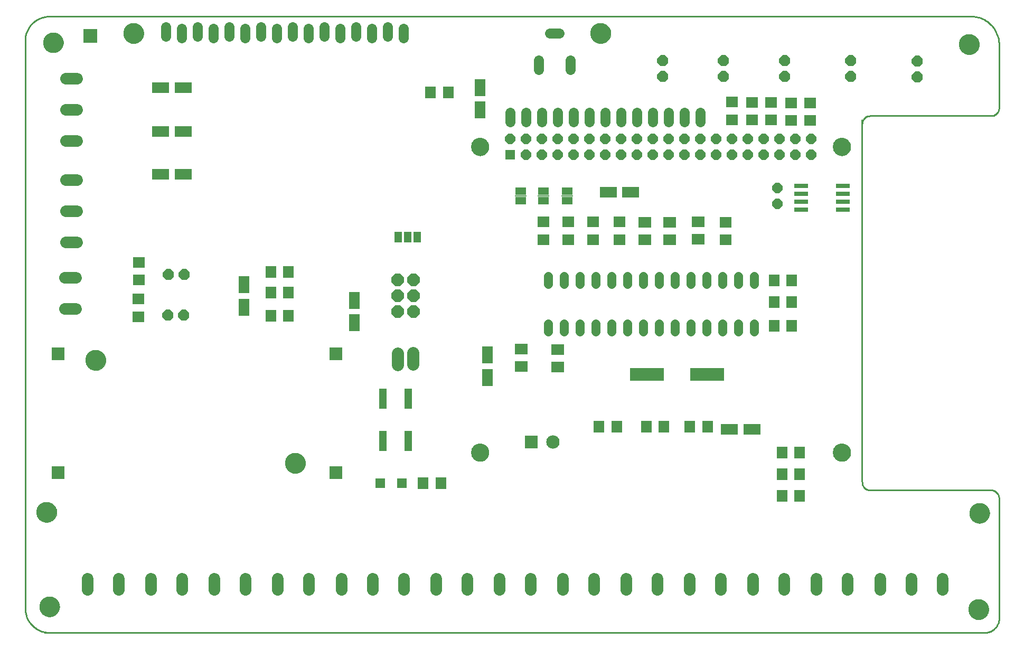
<source format=gts>
G75*
G70*
%OFA0B0*%
%FSLAX24Y24*%
%IPPOS*%
%LPD*%
%AMOC8*
5,1,8,0,0,1.08239X$1,22.5*
%
%ADD10C,0.0000*%
%ADD11C,0.1142*%
%ADD12C,0.0100*%
%ADD13C,0.1300*%
%ADD14R,0.0640X0.0640*%
%ADD15OC8,0.0640*%
%ADD16R,0.0906X0.0276*%
%ADD17R,0.0827X0.0670*%
%ADD18R,0.0749X0.0670*%
%ADD19C,0.0560*%
%ADD20R,0.2140X0.0800*%
%ADD21R,0.0670X0.0750*%
%ADD22R,0.0750X0.0670*%
%ADD23R,0.0512X0.1300*%
%ADD24R,0.0670X0.0500*%
%ADD25R,0.0720X0.0060*%
%ADD26OC8,0.0780*%
%ADD27C,0.0780*%
%ADD28R,0.1064X0.0670*%
%ADD29C,0.0745*%
%ADD30R,0.0631X0.0631*%
%ADD31R,0.0670X0.1064*%
%ADD32R,0.0800X0.0800*%
%ADD33R,0.0840X0.0840*%
%ADD34C,0.0840*%
%ADD35OC8,0.0700*%
%ADD36C,0.0640*%
%ADD37R,0.0500X0.0670*%
%ADD38R,0.0867X0.0867*%
D10*
X004156Y003369D02*
X004158Y003419D01*
X004164Y003469D01*
X004174Y003518D01*
X004188Y003566D01*
X004205Y003613D01*
X004226Y003658D01*
X004251Y003702D01*
X004279Y003743D01*
X004311Y003782D01*
X004345Y003819D01*
X004382Y003853D01*
X004422Y003883D01*
X004464Y003910D01*
X004508Y003934D01*
X004554Y003955D01*
X004601Y003971D01*
X004649Y003984D01*
X004699Y003993D01*
X004748Y003998D01*
X004799Y003999D01*
X004849Y003996D01*
X004898Y003989D01*
X004947Y003978D01*
X004995Y003963D01*
X005041Y003945D01*
X005086Y003923D01*
X005129Y003897D01*
X005170Y003868D01*
X005209Y003836D01*
X005245Y003801D01*
X005277Y003763D01*
X005307Y003723D01*
X005334Y003680D01*
X005357Y003636D01*
X005376Y003590D01*
X005392Y003542D01*
X005404Y003493D01*
X005412Y003444D01*
X005416Y003394D01*
X005416Y003344D01*
X005412Y003294D01*
X005404Y003245D01*
X005392Y003196D01*
X005376Y003148D01*
X005357Y003102D01*
X005334Y003058D01*
X005307Y003015D01*
X005277Y002975D01*
X005245Y002937D01*
X005209Y002902D01*
X005170Y002870D01*
X005129Y002841D01*
X005086Y002815D01*
X005041Y002793D01*
X004995Y002775D01*
X004947Y002760D01*
X004898Y002749D01*
X004849Y002742D01*
X004799Y002739D01*
X004748Y002740D01*
X004699Y002745D01*
X004649Y002754D01*
X004601Y002767D01*
X004554Y002783D01*
X004508Y002804D01*
X004464Y002828D01*
X004422Y002855D01*
X004382Y002885D01*
X004345Y002919D01*
X004311Y002956D01*
X004279Y002995D01*
X004251Y003036D01*
X004226Y003080D01*
X004205Y003125D01*
X004188Y003172D01*
X004174Y003220D01*
X004164Y003269D01*
X004158Y003319D01*
X004156Y003369D01*
X003979Y009334D02*
X003981Y009384D01*
X003987Y009434D01*
X003997Y009483D01*
X004011Y009531D01*
X004028Y009578D01*
X004049Y009623D01*
X004074Y009667D01*
X004102Y009708D01*
X004134Y009747D01*
X004168Y009784D01*
X004205Y009818D01*
X004245Y009848D01*
X004287Y009875D01*
X004331Y009899D01*
X004377Y009920D01*
X004424Y009936D01*
X004472Y009949D01*
X004522Y009958D01*
X004571Y009963D01*
X004622Y009964D01*
X004672Y009961D01*
X004721Y009954D01*
X004770Y009943D01*
X004818Y009928D01*
X004864Y009910D01*
X004909Y009888D01*
X004952Y009862D01*
X004993Y009833D01*
X005032Y009801D01*
X005068Y009766D01*
X005100Y009728D01*
X005130Y009688D01*
X005157Y009645D01*
X005180Y009601D01*
X005199Y009555D01*
X005215Y009507D01*
X005227Y009458D01*
X005235Y009409D01*
X005239Y009359D01*
X005239Y009309D01*
X005235Y009259D01*
X005227Y009210D01*
X005215Y009161D01*
X005199Y009113D01*
X005180Y009067D01*
X005157Y009023D01*
X005130Y008980D01*
X005100Y008940D01*
X005068Y008902D01*
X005032Y008867D01*
X004993Y008835D01*
X004952Y008806D01*
X004909Y008780D01*
X004864Y008758D01*
X004818Y008740D01*
X004770Y008725D01*
X004721Y008714D01*
X004672Y008707D01*
X004622Y008704D01*
X004571Y008705D01*
X004522Y008710D01*
X004472Y008719D01*
X004424Y008732D01*
X004377Y008748D01*
X004331Y008769D01*
X004287Y008793D01*
X004245Y008820D01*
X004205Y008850D01*
X004168Y008884D01*
X004134Y008921D01*
X004102Y008960D01*
X004074Y009001D01*
X004049Y009045D01*
X004028Y009090D01*
X004011Y009137D01*
X003997Y009185D01*
X003987Y009234D01*
X003981Y009284D01*
X003979Y009334D01*
X007070Y018920D02*
X007072Y018970D01*
X007078Y019020D01*
X007088Y019069D01*
X007102Y019117D01*
X007119Y019164D01*
X007140Y019209D01*
X007165Y019253D01*
X007193Y019294D01*
X007225Y019333D01*
X007259Y019370D01*
X007296Y019404D01*
X007336Y019434D01*
X007378Y019461D01*
X007422Y019485D01*
X007468Y019506D01*
X007515Y019522D01*
X007563Y019535D01*
X007613Y019544D01*
X007662Y019549D01*
X007713Y019550D01*
X007763Y019547D01*
X007812Y019540D01*
X007861Y019529D01*
X007909Y019514D01*
X007955Y019496D01*
X008000Y019474D01*
X008043Y019448D01*
X008084Y019419D01*
X008123Y019387D01*
X008159Y019352D01*
X008191Y019314D01*
X008221Y019274D01*
X008248Y019231D01*
X008271Y019187D01*
X008290Y019141D01*
X008306Y019093D01*
X008318Y019044D01*
X008326Y018995D01*
X008330Y018945D01*
X008330Y018895D01*
X008326Y018845D01*
X008318Y018796D01*
X008306Y018747D01*
X008290Y018699D01*
X008271Y018653D01*
X008248Y018609D01*
X008221Y018566D01*
X008191Y018526D01*
X008159Y018488D01*
X008123Y018453D01*
X008084Y018421D01*
X008043Y018392D01*
X008000Y018366D01*
X007955Y018344D01*
X007909Y018326D01*
X007861Y018311D01*
X007812Y018300D01*
X007763Y018293D01*
X007713Y018290D01*
X007662Y018291D01*
X007613Y018296D01*
X007563Y018305D01*
X007515Y018318D01*
X007468Y018334D01*
X007422Y018355D01*
X007378Y018379D01*
X007336Y018406D01*
X007296Y018436D01*
X007259Y018470D01*
X007225Y018507D01*
X007193Y018546D01*
X007165Y018587D01*
X007140Y018631D01*
X007119Y018676D01*
X007102Y018723D01*
X007088Y018771D01*
X007078Y018820D01*
X007072Y018870D01*
X007070Y018920D01*
X019668Y012424D02*
X019670Y012474D01*
X019676Y012524D01*
X019686Y012573D01*
X019700Y012621D01*
X019717Y012668D01*
X019738Y012713D01*
X019763Y012757D01*
X019791Y012798D01*
X019823Y012837D01*
X019857Y012874D01*
X019894Y012908D01*
X019934Y012938D01*
X019976Y012965D01*
X020020Y012989D01*
X020066Y013010D01*
X020113Y013026D01*
X020161Y013039D01*
X020211Y013048D01*
X020260Y013053D01*
X020311Y013054D01*
X020361Y013051D01*
X020410Y013044D01*
X020459Y013033D01*
X020507Y013018D01*
X020553Y013000D01*
X020598Y012978D01*
X020641Y012952D01*
X020682Y012923D01*
X020721Y012891D01*
X020757Y012856D01*
X020789Y012818D01*
X020819Y012778D01*
X020846Y012735D01*
X020869Y012691D01*
X020888Y012645D01*
X020904Y012597D01*
X020916Y012548D01*
X020924Y012499D01*
X020928Y012449D01*
X020928Y012399D01*
X020924Y012349D01*
X020916Y012300D01*
X020904Y012251D01*
X020888Y012203D01*
X020869Y012157D01*
X020846Y012113D01*
X020819Y012070D01*
X020789Y012030D01*
X020757Y011992D01*
X020721Y011957D01*
X020682Y011925D01*
X020641Y011896D01*
X020598Y011870D01*
X020553Y011848D01*
X020507Y011830D01*
X020459Y011815D01*
X020410Y011804D01*
X020361Y011797D01*
X020311Y011794D01*
X020260Y011795D01*
X020211Y011800D01*
X020161Y011809D01*
X020113Y011822D01*
X020066Y011838D01*
X020020Y011859D01*
X019976Y011883D01*
X019934Y011910D01*
X019894Y011940D01*
X019857Y011974D01*
X019823Y012011D01*
X019791Y012050D01*
X019763Y012091D01*
X019738Y012135D01*
X019717Y012180D01*
X019700Y012227D01*
X019686Y012275D01*
X019676Y012324D01*
X019670Y012374D01*
X019668Y012424D01*
X031410Y013105D02*
X031412Y013152D01*
X031418Y013198D01*
X031428Y013244D01*
X031441Y013289D01*
X031459Y013332D01*
X031480Y013374D01*
X031504Y013414D01*
X031532Y013451D01*
X031563Y013486D01*
X031597Y013519D01*
X031633Y013548D01*
X031672Y013574D01*
X031713Y013597D01*
X031756Y013616D01*
X031800Y013632D01*
X031845Y013644D01*
X031891Y013652D01*
X031938Y013656D01*
X031984Y013656D01*
X032031Y013652D01*
X032077Y013644D01*
X032122Y013632D01*
X032166Y013616D01*
X032209Y013597D01*
X032250Y013574D01*
X032289Y013548D01*
X032325Y013519D01*
X032359Y013486D01*
X032390Y013451D01*
X032418Y013414D01*
X032442Y013374D01*
X032463Y013332D01*
X032481Y013289D01*
X032494Y013244D01*
X032504Y013198D01*
X032510Y013152D01*
X032512Y013105D01*
X032510Y013058D01*
X032504Y013012D01*
X032494Y012966D01*
X032481Y012921D01*
X032463Y012878D01*
X032442Y012836D01*
X032418Y012796D01*
X032390Y012759D01*
X032359Y012724D01*
X032325Y012691D01*
X032289Y012662D01*
X032250Y012636D01*
X032209Y012613D01*
X032166Y012594D01*
X032122Y012578D01*
X032077Y012566D01*
X032031Y012558D01*
X031984Y012554D01*
X031938Y012554D01*
X031891Y012558D01*
X031845Y012566D01*
X031800Y012578D01*
X031756Y012594D01*
X031713Y012613D01*
X031672Y012636D01*
X031633Y012662D01*
X031597Y012691D01*
X031563Y012724D01*
X031532Y012759D01*
X031504Y012796D01*
X031480Y012836D01*
X031459Y012878D01*
X031441Y012921D01*
X031428Y012966D01*
X031418Y013012D01*
X031412Y013058D01*
X031410Y013105D01*
X054245Y013105D02*
X054247Y013152D01*
X054253Y013198D01*
X054263Y013244D01*
X054276Y013289D01*
X054294Y013332D01*
X054315Y013374D01*
X054339Y013414D01*
X054367Y013451D01*
X054398Y013486D01*
X054432Y013519D01*
X054468Y013548D01*
X054507Y013574D01*
X054548Y013597D01*
X054591Y013616D01*
X054635Y013632D01*
X054680Y013644D01*
X054726Y013652D01*
X054773Y013656D01*
X054819Y013656D01*
X054866Y013652D01*
X054912Y013644D01*
X054957Y013632D01*
X055001Y013616D01*
X055044Y013597D01*
X055085Y013574D01*
X055124Y013548D01*
X055160Y013519D01*
X055194Y013486D01*
X055225Y013451D01*
X055253Y013414D01*
X055277Y013374D01*
X055298Y013332D01*
X055316Y013289D01*
X055329Y013244D01*
X055339Y013198D01*
X055345Y013152D01*
X055347Y013105D01*
X055345Y013058D01*
X055339Y013012D01*
X055329Y012966D01*
X055316Y012921D01*
X055298Y012878D01*
X055277Y012836D01*
X055253Y012796D01*
X055225Y012759D01*
X055194Y012724D01*
X055160Y012691D01*
X055124Y012662D01*
X055085Y012636D01*
X055044Y012613D01*
X055001Y012594D01*
X054957Y012578D01*
X054912Y012566D01*
X054866Y012558D01*
X054819Y012554D01*
X054773Y012554D01*
X054726Y012558D01*
X054680Y012566D01*
X054635Y012578D01*
X054591Y012594D01*
X054548Y012613D01*
X054507Y012636D01*
X054468Y012662D01*
X054432Y012691D01*
X054398Y012724D01*
X054367Y012759D01*
X054339Y012796D01*
X054315Y012836D01*
X054294Y012878D01*
X054276Y012921D01*
X054263Y012966D01*
X054253Y013012D01*
X054247Y013058D01*
X054245Y013105D01*
X062857Y009274D02*
X062859Y009324D01*
X062865Y009374D01*
X062875Y009423D01*
X062889Y009471D01*
X062906Y009518D01*
X062927Y009563D01*
X062952Y009607D01*
X062980Y009648D01*
X063012Y009687D01*
X063046Y009724D01*
X063083Y009758D01*
X063123Y009788D01*
X063165Y009815D01*
X063209Y009839D01*
X063255Y009860D01*
X063302Y009876D01*
X063350Y009889D01*
X063400Y009898D01*
X063449Y009903D01*
X063500Y009904D01*
X063550Y009901D01*
X063599Y009894D01*
X063648Y009883D01*
X063696Y009868D01*
X063742Y009850D01*
X063787Y009828D01*
X063830Y009802D01*
X063871Y009773D01*
X063910Y009741D01*
X063946Y009706D01*
X063978Y009668D01*
X064008Y009628D01*
X064035Y009585D01*
X064058Y009541D01*
X064077Y009495D01*
X064093Y009447D01*
X064105Y009398D01*
X064113Y009349D01*
X064117Y009299D01*
X064117Y009249D01*
X064113Y009199D01*
X064105Y009150D01*
X064093Y009101D01*
X064077Y009053D01*
X064058Y009007D01*
X064035Y008963D01*
X064008Y008920D01*
X063978Y008880D01*
X063946Y008842D01*
X063910Y008807D01*
X063871Y008775D01*
X063830Y008746D01*
X063787Y008720D01*
X063742Y008698D01*
X063696Y008680D01*
X063648Y008665D01*
X063599Y008654D01*
X063550Y008647D01*
X063500Y008644D01*
X063449Y008645D01*
X063400Y008650D01*
X063350Y008659D01*
X063302Y008672D01*
X063255Y008688D01*
X063209Y008709D01*
X063165Y008733D01*
X063123Y008760D01*
X063083Y008790D01*
X063046Y008824D01*
X063012Y008861D01*
X062980Y008900D01*
X062952Y008941D01*
X062927Y008985D01*
X062906Y009030D01*
X062889Y009077D01*
X062875Y009125D01*
X062865Y009174D01*
X062859Y009224D01*
X062857Y009274D01*
X062798Y003192D02*
X062800Y003242D01*
X062806Y003292D01*
X062816Y003341D01*
X062830Y003389D01*
X062847Y003436D01*
X062868Y003481D01*
X062893Y003525D01*
X062921Y003566D01*
X062953Y003605D01*
X062987Y003642D01*
X063024Y003676D01*
X063064Y003706D01*
X063106Y003733D01*
X063150Y003757D01*
X063196Y003778D01*
X063243Y003794D01*
X063291Y003807D01*
X063341Y003816D01*
X063390Y003821D01*
X063441Y003822D01*
X063491Y003819D01*
X063540Y003812D01*
X063589Y003801D01*
X063637Y003786D01*
X063683Y003768D01*
X063728Y003746D01*
X063771Y003720D01*
X063812Y003691D01*
X063851Y003659D01*
X063887Y003624D01*
X063919Y003586D01*
X063949Y003546D01*
X063976Y003503D01*
X063999Y003459D01*
X064018Y003413D01*
X064034Y003365D01*
X064046Y003316D01*
X064054Y003267D01*
X064058Y003217D01*
X064058Y003167D01*
X064054Y003117D01*
X064046Y003068D01*
X064034Y003019D01*
X064018Y002971D01*
X063999Y002925D01*
X063976Y002881D01*
X063949Y002838D01*
X063919Y002798D01*
X063887Y002760D01*
X063851Y002725D01*
X063812Y002693D01*
X063771Y002664D01*
X063728Y002638D01*
X063683Y002616D01*
X063637Y002598D01*
X063589Y002583D01*
X063540Y002572D01*
X063491Y002565D01*
X063441Y002562D01*
X063390Y002563D01*
X063341Y002568D01*
X063291Y002577D01*
X063243Y002590D01*
X063196Y002606D01*
X063150Y002627D01*
X063106Y002651D01*
X063064Y002678D01*
X063024Y002708D01*
X062987Y002742D01*
X062953Y002779D01*
X062921Y002818D01*
X062893Y002859D01*
X062868Y002903D01*
X062847Y002948D01*
X062830Y002995D01*
X062816Y003043D01*
X062806Y003092D01*
X062800Y003142D01*
X062798Y003192D01*
X054245Y032397D02*
X054247Y032444D01*
X054253Y032490D01*
X054263Y032536D01*
X054276Y032581D01*
X054294Y032624D01*
X054315Y032666D01*
X054339Y032706D01*
X054367Y032743D01*
X054398Y032778D01*
X054432Y032811D01*
X054468Y032840D01*
X054507Y032866D01*
X054548Y032889D01*
X054591Y032908D01*
X054635Y032924D01*
X054680Y032936D01*
X054726Y032944D01*
X054773Y032948D01*
X054819Y032948D01*
X054866Y032944D01*
X054912Y032936D01*
X054957Y032924D01*
X055001Y032908D01*
X055044Y032889D01*
X055085Y032866D01*
X055124Y032840D01*
X055160Y032811D01*
X055194Y032778D01*
X055225Y032743D01*
X055253Y032706D01*
X055277Y032666D01*
X055298Y032624D01*
X055316Y032581D01*
X055329Y032536D01*
X055339Y032490D01*
X055345Y032444D01*
X055347Y032397D01*
X055345Y032350D01*
X055339Y032304D01*
X055329Y032258D01*
X055316Y032213D01*
X055298Y032170D01*
X055277Y032128D01*
X055253Y032088D01*
X055225Y032051D01*
X055194Y032016D01*
X055160Y031983D01*
X055124Y031954D01*
X055085Y031928D01*
X055044Y031905D01*
X055001Y031886D01*
X054957Y031870D01*
X054912Y031858D01*
X054866Y031850D01*
X054819Y031846D01*
X054773Y031846D01*
X054726Y031850D01*
X054680Y031858D01*
X054635Y031870D01*
X054591Y031886D01*
X054548Y031905D01*
X054507Y031928D01*
X054468Y031954D01*
X054432Y031983D01*
X054398Y032016D01*
X054367Y032051D01*
X054339Y032088D01*
X054315Y032128D01*
X054294Y032170D01*
X054276Y032213D01*
X054263Y032258D01*
X054253Y032304D01*
X054247Y032350D01*
X054245Y032397D01*
X062207Y038861D02*
X062209Y038911D01*
X062215Y038961D01*
X062225Y039010D01*
X062239Y039058D01*
X062256Y039105D01*
X062277Y039150D01*
X062302Y039194D01*
X062330Y039235D01*
X062362Y039274D01*
X062396Y039311D01*
X062433Y039345D01*
X062473Y039375D01*
X062515Y039402D01*
X062559Y039426D01*
X062605Y039447D01*
X062652Y039463D01*
X062700Y039476D01*
X062750Y039485D01*
X062799Y039490D01*
X062850Y039491D01*
X062900Y039488D01*
X062949Y039481D01*
X062998Y039470D01*
X063046Y039455D01*
X063092Y039437D01*
X063137Y039415D01*
X063180Y039389D01*
X063221Y039360D01*
X063260Y039328D01*
X063296Y039293D01*
X063328Y039255D01*
X063358Y039215D01*
X063385Y039172D01*
X063408Y039128D01*
X063427Y039082D01*
X063443Y039034D01*
X063455Y038985D01*
X063463Y038936D01*
X063467Y038886D01*
X063467Y038836D01*
X063463Y038786D01*
X063455Y038737D01*
X063443Y038688D01*
X063427Y038640D01*
X063408Y038594D01*
X063385Y038550D01*
X063358Y038507D01*
X063328Y038467D01*
X063296Y038429D01*
X063260Y038394D01*
X063221Y038362D01*
X063180Y038333D01*
X063137Y038307D01*
X063092Y038285D01*
X063046Y038267D01*
X062998Y038252D01*
X062949Y038241D01*
X062900Y038234D01*
X062850Y038231D01*
X062799Y038232D01*
X062750Y038237D01*
X062700Y038246D01*
X062652Y038259D01*
X062605Y038275D01*
X062559Y038296D01*
X062515Y038320D01*
X062473Y038347D01*
X062433Y038377D01*
X062396Y038411D01*
X062362Y038448D01*
X062330Y038487D01*
X062302Y038528D01*
X062277Y038572D01*
X062256Y038617D01*
X062239Y038664D01*
X062225Y038712D01*
X062215Y038761D01*
X062209Y038811D01*
X062207Y038861D01*
X038951Y039560D02*
X038953Y039610D01*
X038959Y039660D01*
X038969Y039709D01*
X038983Y039757D01*
X039000Y039804D01*
X039021Y039849D01*
X039046Y039893D01*
X039074Y039934D01*
X039106Y039973D01*
X039140Y040010D01*
X039177Y040044D01*
X039217Y040074D01*
X039259Y040101D01*
X039303Y040125D01*
X039349Y040146D01*
X039396Y040162D01*
X039444Y040175D01*
X039494Y040184D01*
X039543Y040189D01*
X039594Y040190D01*
X039644Y040187D01*
X039693Y040180D01*
X039742Y040169D01*
X039790Y040154D01*
X039836Y040136D01*
X039881Y040114D01*
X039924Y040088D01*
X039965Y040059D01*
X040004Y040027D01*
X040040Y039992D01*
X040072Y039954D01*
X040102Y039914D01*
X040129Y039871D01*
X040152Y039827D01*
X040171Y039781D01*
X040187Y039733D01*
X040199Y039684D01*
X040207Y039635D01*
X040211Y039585D01*
X040211Y039535D01*
X040207Y039485D01*
X040199Y039436D01*
X040187Y039387D01*
X040171Y039339D01*
X040152Y039293D01*
X040129Y039249D01*
X040102Y039206D01*
X040072Y039166D01*
X040040Y039128D01*
X040004Y039093D01*
X039965Y039061D01*
X039924Y039032D01*
X039881Y039006D01*
X039836Y038984D01*
X039790Y038966D01*
X039742Y038951D01*
X039693Y038940D01*
X039644Y038933D01*
X039594Y038930D01*
X039543Y038931D01*
X039494Y038936D01*
X039444Y038945D01*
X039396Y038958D01*
X039349Y038974D01*
X039303Y038995D01*
X039259Y039019D01*
X039217Y039046D01*
X039177Y039076D01*
X039140Y039110D01*
X039106Y039147D01*
X039074Y039186D01*
X039046Y039227D01*
X039021Y039271D01*
X039000Y039316D01*
X038983Y039363D01*
X038969Y039411D01*
X038959Y039460D01*
X038953Y039510D01*
X038951Y039560D01*
X031410Y032397D02*
X031412Y032444D01*
X031418Y032490D01*
X031428Y032536D01*
X031441Y032581D01*
X031459Y032624D01*
X031480Y032666D01*
X031504Y032706D01*
X031532Y032743D01*
X031563Y032778D01*
X031597Y032811D01*
X031633Y032840D01*
X031672Y032866D01*
X031713Y032889D01*
X031756Y032908D01*
X031800Y032924D01*
X031845Y032936D01*
X031891Y032944D01*
X031938Y032948D01*
X031984Y032948D01*
X032031Y032944D01*
X032077Y032936D01*
X032122Y032924D01*
X032166Y032908D01*
X032209Y032889D01*
X032250Y032866D01*
X032289Y032840D01*
X032325Y032811D01*
X032359Y032778D01*
X032390Y032743D01*
X032418Y032706D01*
X032442Y032666D01*
X032463Y032624D01*
X032481Y032581D01*
X032494Y032536D01*
X032504Y032490D01*
X032510Y032444D01*
X032512Y032397D01*
X032510Y032350D01*
X032504Y032304D01*
X032494Y032258D01*
X032481Y032213D01*
X032463Y032170D01*
X032442Y032128D01*
X032418Y032088D01*
X032390Y032051D01*
X032359Y032016D01*
X032325Y031983D01*
X032289Y031954D01*
X032250Y031928D01*
X032209Y031905D01*
X032166Y031886D01*
X032122Y031870D01*
X032077Y031858D01*
X032031Y031850D01*
X031984Y031846D01*
X031938Y031846D01*
X031891Y031850D01*
X031845Y031858D01*
X031800Y031870D01*
X031756Y031886D01*
X031713Y031905D01*
X031672Y031928D01*
X031633Y031954D01*
X031597Y031983D01*
X031563Y032016D01*
X031532Y032051D01*
X031504Y032088D01*
X031480Y032128D01*
X031459Y032170D01*
X031441Y032213D01*
X031428Y032258D01*
X031418Y032304D01*
X031412Y032350D01*
X031410Y032397D01*
X009463Y039556D02*
X009465Y039606D01*
X009471Y039656D01*
X009481Y039705D01*
X009495Y039753D01*
X009512Y039800D01*
X009533Y039845D01*
X009558Y039889D01*
X009586Y039930D01*
X009618Y039969D01*
X009652Y040006D01*
X009689Y040040D01*
X009729Y040070D01*
X009771Y040097D01*
X009815Y040121D01*
X009861Y040142D01*
X009908Y040158D01*
X009956Y040171D01*
X010006Y040180D01*
X010055Y040185D01*
X010106Y040186D01*
X010156Y040183D01*
X010205Y040176D01*
X010254Y040165D01*
X010302Y040150D01*
X010348Y040132D01*
X010393Y040110D01*
X010436Y040084D01*
X010477Y040055D01*
X010516Y040023D01*
X010552Y039988D01*
X010584Y039950D01*
X010614Y039910D01*
X010641Y039867D01*
X010664Y039823D01*
X010683Y039777D01*
X010699Y039729D01*
X010711Y039680D01*
X010719Y039631D01*
X010723Y039581D01*
X010723Y039531D01*
X010719Y039481D01*
X010711Y039432D01*
X010699Y039383D01*
X010683Y039335D01*
X010664Y039289D01*
X010641Y039245D01*
X010614Y039202D01*
X010584Y039162D01*
X010552Y039124D01*
X010516Y039089D01*
X010477Y039057D01*
X010436Y039028D01*
X010393Y039002D01*
X010348Y038980D01*
X010302Y038962D01*
X010254Y038947D01*
X010205Y038936D01*
X010156Y038929D01*
X010106Y038926D01*
X010055Y038927D01*
X010006Y038932D01*
X009956Y038941D01*
X009908Y038954D01*
X009861Y038970D01*
X009815Y038991D01*
X009771Y039015D01*
X009729Y039042D01*
X009689Y039072D01*
X009652Y039106D01*
X009618Y039143D01*
X009586Y039182D01*
X009558Y039223D01*
X009533Y039267D01*
X009512Y039312D01*
X009495Y039359D01*
X009481Y039407D01*
X009471Y039456D01*
X009465Y039506D01*
X009463Y039556D01*
X004393Y038979D02*
X004395Y039029D01*
X004401Y039079D01*
X004411Y039128D01*
X004425Y039176D01*
X004442Y039223D01*
X004463Y039268D01*
X004488Y039312D01*
X004516Y039353D01*
X004548Y039392D01*
X004582Y039429D01*
X004619Y039463D01*
X004659Y039493D01*
X004701Y039520D01*
X004745Y039544D01*
X004791Y039565D01*
X004838Y039581D01*
X004886Y039594D01*
X004936Y039603D01*
X004985Y039608D01*
X005036Y039609D01*
X005086Y039606D01*
X005135Y039599D01*
X005184Y039588D01*
X005232Y039573D01*
X005278Y039555D01*
X005323Y039533D01*
X005366Y039507D01*
X005407Y039478D01*
X005446Y039446D01*
X005482Y039411D01*
X005514Y039373D01*
X005544Y039333D01*
X005571Y039290D01*
X005594Y039246D01*
X005613Y039200D01*
X005629Y039152D01*
X005641Y039103D01*
X005649Y039054D01*
X005653Y039004D01*
X005653Y038954D01*
X005649Y038904D01*
X005641Y038855D01*
X005629Y038806D01*
X005613Y038758D01*
X005594Y038712D01*
X005571Y038668D01*
X005544Y038625D01*
X005514Y038585D01*
X005482Y038547D01*
X005446Y038512D01*
X005407Y038480D01*
X005366Y038451D01*
X005323Y038425D01*
X005278Y038403D01*
X005232Y038385D01*
X005184Y038370D01*
X005135Y038359D01*
X005086Y038352D01*
X005036Y038349D01*
X004985Y038350D01*
X004936Y038355D01*
X004886Y038364D01*
X004838Y038377D01*
X004791Y038393D01*
X004745Y038414D01*
X004701Y038438D01*
X004659Y038465D01*
X004619Y038495D01*
X004582Y038529D01*
X004548Y038566D01*
X004516Y038605D01*
X004488Y038646D01*
X004463Y038690D01*
X004442Y038735D01*
X004425Y038782D01*
X004411Y038830D01*
X004401Y038879D01*
X004395Y038929D01*
X004393Y038979D01*
D11*
X031961Y032397D03*
X054796Y032397D03*
X054796Y013105D03*
X031961Y013105D03*
D12*
X040956Y001743D02*
X004456Y001743D01*
X004837Y001722D02*
X063855Y001722D01*
X063855Y001723D02*
X063913Y001728D01*
X063971Y001737D01*
X064028Y001750D01*
X064085Y001766D01*
X064140Y001786D01*
X064194Y001809D01*
X064246Y001836D01*
X064296Y001865D01*
X064345Y001898D01*
X064391Y001934D01*
X064435Y001973D01*
X064476Y002015D01*
X064515Y002059D01*
X064551Y002105D01*
X064584Y002154D01*
X064613Y002204D01*
X064640Y002256D01*
X064663Y002310D01*
X064683Y002365D01*
X064699Y002422D01*
X064711Y002479D01*
X064720Y002537D01*
X064725Y002595D01*
X064727Y002654D01*
X064725Y002712D01*
X064719Y002771D01*
X064719Y002764D02*
X064719Y010222D01*
X064717Y010266D01*
X064711Y010309D01*
X064702Y010351D01*
X064689Y010393D01*
X064672Y010433D01*
X064652Y010472D01*
X064629Y010509D01*
X064602Y010543D01*
X064573Y010576D01*
X064540Y010605D01*
X064506Y010632D01*
X064469Y010655D01*
X064430Y010675D01*
X064390Y010692D01*
X064348Y010705D01*
X064306Y010714D01*
X064263Y010720D01*
X064219Y010722D01*
X056584Y010722D01*
X056540Y010724D01*
X056497Y010730D01*
X056455Y010739D01*
X056413Y010752D01*
X056373Y010769D01*
X056334Y010789D01*
X056297Y010812D01*
X056263Y010839D01*
X056230Y010868D01*
X056201Y010901D01*
X056174Y010935D01*
X056151Y010972D01*
X056131Y011011D01*
X056114Y011051D01*
X056101Y011093D01*
X056092Y011135D01*
X056086Y011178D01*
X056084Y011222D01*
X056080Y011258D02*
X056080Y034092D01*
X056084Y033847D02*
X056086Y033891D01*
X056092Y033934D01*
X056101Y033976D01*
X056114Y034018D01*
X056131Y034058D01*
X056151Y034097D01*
X056174Y034134D01*
X056201Y034168D01*
X056230Y034201D01*
X056263Y034230D01*
X056297Y034257D01*
X056334Y034280D01*
X056373Y034300D01*
X056413Y034317D01*
X056455Y034330D01*
X056497Y034339D01*
X056540Y034345D01*
X056584Y034347D01*
X064219Y034347D01*
X064263Y034349D01*
X064306Y034355D01*
X064348Y034364D01*
X064390Y034377D01*
X064430Y034394D01*
X064469Y034414D01*
X064506Y034437D01*
X064540Y034464D01*
X064573Y034493D01*
X064602Y034526D01*
X064629Y034560D01*
X064652Y034597D01*
X064672Y034636D01*
X064689Y034676D01*
X064702Y034718D01*
X064711Y034760D01*
X064717Y034803D01*
X064719Y034847D01*
X064719Y038875D01*
X064720Y038874D02*
X064717Y038960D01*
X064709Y039046D01*
X064697Y039131D01*
X064682Y039216D01*
X064662Y039300D01*
X064638Y039383D01*
X064611Y039464D01*
X064579Y039544D01*
X064543Y039622D01*
X064504Y039699D01*
X064461Y039774D01*
X064415Y039846D01*
X064365Y039916D01*
X064312Y039984D01*
X064255Y040049D01*
X064196Y040111D01*
X064134Y040170D01*
X064068Y040227D01*
X064001Y040280D01*
X063930Y040329D01*
X063858Y040375D01*
X063783Y040418D01*
X063706Y040457D01*
X063628Y040492D01*
X063548Y040524D01*
X063466Y040551D01*
X063383Y040574D01*
X063299Y040594D01*
X063215Y040609D01*
X063129Y040621D01*
X063044Y040628D01*
X062958Y040631D01*
X062872Y040630D01*
X062786Y040624D01*
X062785Y040625D02*
X004765Y040625D01*
X004690Y040623D01*
X004615Y040618D01*
X004540Y040608D01*
X004466Y040595D01*
X004393Y040579D01*
X004321Y040558D01*
X004249Y040534D01*
X004179Y040507D01*
X004111Y040476D01*
X004044Y040442D01*
X003979Y040404D01*
X003916Y040364D01*
X003854Y040320D01*
X003796Y040273D01*
X003739Y040223D01*
X003685Y040171D01*
X003634Y040116D01*
X003586Y040058D01*
X003540Y039999D01*
X003498Y039937D01*
X003458Y039873D01*
X003422Y039807D01*
X003389Y039739D01*
X003360Y039670D01*
X003334Y039599D01*
X003312Y039527D01*
X003293Y039455D01*
X003278Y039381D01*
X003266Y039307D01*
X003259Y039232D01*
X003255Y039157D01*
X003254Y039082D01*
X003258Y039006D01*
X003258Y039002D02*
X003258Y003354D01*
X003257Y003355D02*
X003255Y003277D01*
X003257Y003200D01*
X003262Y003123D01*
X003272Y003046D01*
X003285Y002970D01*
X003302Y002895D01*
X003323Y002821D01*
X003347Y002747D01*
X003375Y002675D01*
X003407Y002605D01*
X003442Y002536D01*
X003480Y002469D01*
X003522Y002404D01*
X003567Y002341D01*
X003614Y002281D01*
X003665Y002223D01*
X003719Y002167D01*
X003775Y002114D01*
X003834Y002065D01*
X003896Y002018D01*
X003959Y001974D01*
X004025Y001933D01*
X004093Y001896D01*
X004162Y001862D01*
X004233Y001832D01*
X004306Y001805D01*
X004379Y001782D01*
X004454Y001763D01*
X004530Y001747D01*
X004606Y001735D01*
X004683Y001727D01*
X004760Y001723D01*
X004837Y001722D01*
D13*
X004786Y003369D03*
X004609Y009334D03*
X007700Y018920D03*
X020298Y012424D03*
X005023Y038979D03*
X010093Y039556D03*
X039581Y039560D03*
X062837Y038861D03*
X063487Y009274D03*
X063428Y003192D03*
D14*
X033879Y031897D03*
D15*
X033879Y032897D03*
X034879Y032897D03*
X035879Y032897D03*
X036879Y032897D03*
X037879Y032897D03*
X038879Y032897D03*
X039879Y032897D03*
X040879Y032897D03*
X041879Y032897D03*
X042879Y032897D03*
X043879Y032897D03*
X044879Y032897D03*
X045879Y032897D03*
X046879Y032897D03*
X047879Y032897D03*
X048879Y032897D03*
X049879Y032897D03*
X050879Y032897D03*
X051879Y032897D03*
X052879Y032897D03*
X052879Y031897D03*
X051879Y031897D03*
X050879Y031897D03*
X049879Y031897D03*
X048879Y031897D03*
X047879Y031897D03*
X046879Y031897D03*
X045879Y031897D03*
X044879Y031897D03*
X043879Y031897D03*
X042879Y031897D03*
X041879Y031897D03*
X040879Y031897D03*
X039879Y031897D03*
X038879Y031897D03*
X037879Y031897D03*
X036879Y031897D03*
X035879Y031897D03*
X034879Y031897D03*
X050726Y029808D03*
X050726Y028808D03*
D16*
X052227Y028933D03*
X052227Y029433D03*
X052227Y029933D03*
X052227Y028433D03*
X054849Y028433D03*
X054849Y028933D03*
X054849Y029433D03*
X054849Y029933D03*
D17*
X045746Y027656D03*
X043940Y027646D03*
X043940Y026543D03*
X045746Y026553D03*
X042365Y026543D03*
X042365Y027646D03*
X036871Y019598D03*
X036871Y018496D03*
X034548Y018518D03*
X034548Y019620D03*
D18*
X047477Y026542D03*
X047477Y027644D03*
D19*
X047271Y024237D02*
X047271Y023717D01*
X048271Y023717D02*
X048271Y024237D01*
X049271Y024237D02*
X049271Y023717D01*
X046271Y023717D02*
X046271Y024237D01*
X045271Y024237D02*
X045271Y023717D01*
X044271Y023717D02*
X044271Y024237D01*
X043271Y024237D02*
X043271Y023717D01*
X042271Y023717D02*
X042271Y024237D01*
X041271Y024237D02*
X041271Y023717D01*
X040271Y023717D02*
X040271Y024237D01*
X039271Y024237D02*
X039271Y023717D01*
X038271Y023717D02*
X038271Y024237D01*
X037271Y024237D02*
X037271Y023717D01*
X036271Y023717D02*
X036271Y024237D01*
X036271Y021237D02*
X036271Y020717D01*
X037271Y020717D02*
X037271Y021237D01*
X038271Y021237D02*
X038271Y020717D01*
X039271Y020717D02*
X039271Y021237D01*
X040271Y021237D02*
X040271Y020717D01*
X041271Y020717D02*
X041271Y021237D01*
X042271Y021237D02*
X042271Y020717D01*
X043271Y020717D02*
X043271Y021237D01*
X044271Y021237D02*
X044271Y020717D01*
X045271Y020717D02*
X045271Y021237D01*
X046271Y021237D02*
X046271Y020717D01*
X047271Y020717D02*
X047271Y021237D01*
X048271Y021237D02*
X048271Y020717D01*
X049271Y020717D02*
X049271Y021237D01*
D20*
X046296Y018040D03*
X042496Y018040D03*
D21*
X042461Y014727D03*
X043581Y014727D03*
X045211Y014727D03*
X046331Y014727D03*
X051024Y013097D03*
X052143Y013097D03*
X052143Y011722D03*
X051024Y011722D03*
X051024Y010347D03*
X052143Y010347D03*
X040593Y014727D03*
X039474Y014727D03*
X029500Y011164D03*
X028380Y011164D03*
X019874Y021735D03*
X018754Y021735D03*
X018754Y023211D03*
X019874Y023211D03*
X019874Y024511D03*
X018754Y024511D03*
X028830Y035836D03*
X029950Y035836D03*
X050524Y023972D03*
X051643Y023972D03*
X051643Y022597D03*
X050524Y022597D03*
X050524Y021097D03*
X051643Y021097D03*
D22*
X040771Y026542D03*
X040771Y027662D03*
X039084Y027662D03*
X037521Y027662D03*
X035959Y027662D03*
X035959Y026542D03*
X037521Y026542D03*
X039084Y026542D03*
X047864Y034104D03*
X049129Y034088D03*
X050332Y034081D03*
X051596Y034057D03*
X052800Y034053D03*
X052800Y035172D03*
X051596Y035176D03*
X050332Y035201D03*
X049129Y035208D03*
X047864Y035224D03*
X010416Y025112D03*
X010416Y023992D03*
X010402Y022797D03*
X010402Y021678D03*
D23*
X025844Y016495D03*
X027419Y016495D03*
X027419Y013818D03*
X025844Y013818D03*
D24*
X034521Y028990D03*
X034521Y029590D03*
X035959Y029590D03*
X035959Y028990D03*
X037459Y028990D03*
X037459Y029590D03*
D25*
X037459Y029290D03*
X035959Y029290D03*
X034521Y029290D03*
D26*
X027765Y023981D03*
X026765Y023981D03*
X026765Y022981D03*
X027765Y022981D03*
X027765Y021981D03*
X026765Y021981D03*
D27*
X026751Y019378D02*
X026751Y018638D01*
X027734Y018657D02*
X027734Y019397D01*
D28*
X040050Y029527D03*
X041467Y029527D03*
X047700Y014577D03*
X049117Y014577D03*
X013231Y030652D03*
X011814Y030652D03*
X011814Y033369D03*
X013231Y033369D03*
X013231Y036145D03*
X011814Y036145D03*
D29*
X006545Y036704D02*
X005840Y036704D01*
X005840Y034735D02*
X006545Y034735D01*
X006545Y032767D02*
X005840Y032767D01*
X005840Y030302D02*
X006545Y030302D01*
X006545Y028334D02*
X005840Y028334D01*
X005840Y026365D02*
X006545Y026365D01*
X006470Y024137D02*
X005765Y024137D01*
X005765Y022168D02*
X006470Y022168D01*
X007200Y005136D02*
X007200Y004431D01*
X009168Y004431D02*
X009168Y005136D01*
X011200Y005136D02*
X011200Y004431D01*
X013168Y004431D02*
X013168Y005136D01*
X015200Y005136D02*
X015200Y004431D01*
X017168Y004431D02*
X017168Y005136D01*
X019200Y005136D02*
X019200Y004431D01*
X021168Y004431D02*
X021168Y005136D01*
X023225Y005133D02*
X023225Y004428D01*
X025194Y004428D02*
X025194Y005133D01*
X027162Y005133D02*
X027162Y004428D01*
X029210Y004436D02*
X029210Y005141D01*
X031178Y005141D02*
X031178Y004436D01*
X033210Y004436D02*
X033210Y005141D01*
X035178Y005141D02*
X035178Y004436D01*
X037210Y004436D02*
X037210Y005141D01*
X039178Y005141D02*
X039178Y004436D01*
X041210Y004436D02*
X041210Y005141D01*
X043178Y005141D02*
X043178Y004436D01*
X045210Y004436D02*
X045210Y005141D01*
X047178Y005141D02*
X047178Y004436D01*
X049210Y004436D02*
X049210Y005141D01*
X051178Y005141D02*
X051178Y004436D01*
X053210Y004436D02*
X053210Y005141D01*
X055178Y005141D02*
X055178Y004436D01*
X057225Y004428D02*
X057225Y005133D01*
X059194Y005133D02*
X059194Y004428D01*
X061162Y004428D02*
X061162Y005133D01*
D30*
X027030Y011164D03*
X025652Y011164D03*
D31*
X032424Y017837D03*
X032424Y019255D03*
X024034Y021290D03*
X024034Y022708D03*
X017070Y022267D03*
X017070Y023684D03*
X031952Y034727D03*
X031952Y036145D03*
D32*
X022857Y019314D03*
X022857Y011834D03*
X005337Y011834D03*
X005337Y019314D03*
D33*
X035200Y013763D03*
D34*
X036578Y013763D03*
D35*
X013271Y021763D03*
X012271Y021763D03*
X012294Y024321D03*
X013294Y024321D03*
X043510Y036844D03*
X043510Y037844D03*
X047330Y037837D03*
X047330Y036837D03*
X051184Y036822D03*
X051184Y037822D03*
X055359Y037831D03*
X055359Y036831D03*
X059556Y036804D03*
X059556Y037804D03*
D36*
X045865Y034555D02*
X045865Y033955D01*
X044865Y033955D02*
X044865Y034555D01*
X043865Y034555D02*
X043865Y033955D01*
X042865Y033955D02*
X042865Y034555D01*
X041865Y034555D02*
X041865Y033955D01*
X040865Y033955D02*
X040865Y034555D01*
X039865Y034555D02*
X039865Y033955D01*
X038865Y033955D02*
X038865Y034555D01*
X037865Y034555D02*
X037865Y033955D01*
X036865Y033955D02*
X036865Y034555D01*
X035865Y034555D02*
X035865Y033955D01*
X034865Y033955D02*
X034865Y034555D01*
X033865Y034555D02*
X033865Y033955D01*
X035675Y037251D02*
X035675Y037851D01*
X037675Y037851D02*
X037675Y037251D01*
X036975Y039551D02*
X036375Y039551D01*
X027115Y039247D02*
X027115Y039847D01*
X026115Y039947D02*
X026115Y039347D01*
X025115Y039247D02*
X025115Y039847D01*
X024115Y039947D02*
X024115Y039347D01*
X023115Y039247D02*
X023115Y039847D01*
X022115Y039947D02*
X022115Y039347D01*
X021115Y039247D02*
X021115Y039847D01*
X020115Y039947D02*
X020115Y039347D01*
X019115Y039247D02*
X019115Y039847D01*
X018115Y039947D02*
X018115Y039347D01*
X017115Y039247D02*
X017115Y039847D01*
X016115Y039947D02*
X016115Y039347D01*
X015115Y039247D02*
X015115Y039847D01*
X014115Y039947D02*
X014115Y039347D01*
X013115Y039247D02*
X013115Y039847D01*
X012115Y039947D02*
X012115Y039347D01*
D37*
X026795Y026684D03*
X027395Y026684D03*
X027995Y026684D03*
D38*
X007360Y039413D03*
M02*

</source>
